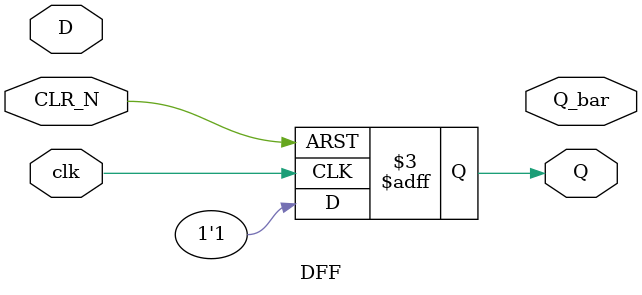
<source format=sv>
`timescale 1ns / 1ps


module DFF(
  input logic clk,
  input logic D,
  input logic CLR_N,
  output logic Q,
  output logic Q_bar
    );
    
    
    always_ff @(posedge clk or negedge CLR_N) begin
    if (!CLR_N)
        Q<= 1'b0;
     else 
     Q<=1;
     end
endmodule

</source>
